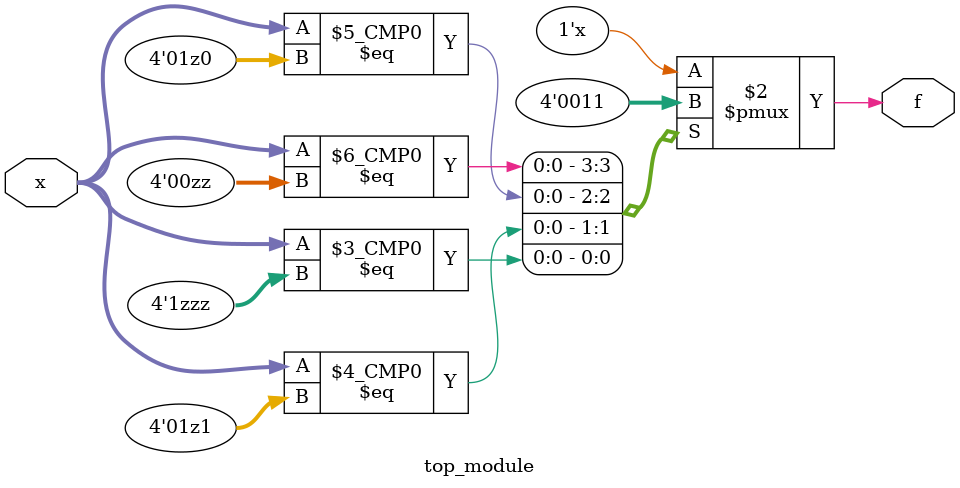
<source format=sv>
module top_module (
    input [4:1] x,
    output logic f
);

always_comb begin
    case (x)
        4'b 00?? : f = 0;
        4'b 01?0 : f = 0;
        4'b 01?1 : f = 1;
        4'b 1??? : f = 1;
        default  : f = 0;
    endcase
end

endmodule

</source>
